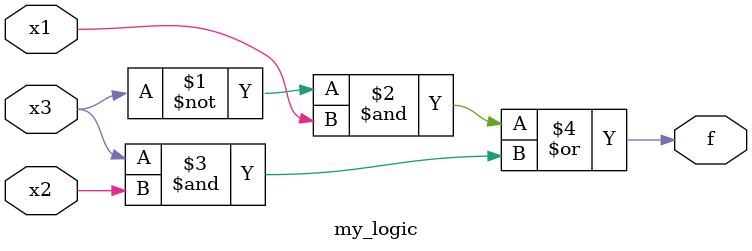
<source format=v>

/*
| Row | x3 | x2 | x1 | f |
| --- | -- | -- | -- | - |
| 0   | 0  | 0  | 0  | 0 |
| 1   | 0  | 0  | 1  | 1 |
| 2   | 0  | 1  | 0  | 0 |
| 3   | 0  | 1  | 1  | 1 |
| 4   | 1  | 0  | 0  | 0 |
| 5   | 1  | 0  | 1  | 0 |
| 6   | 1  | 1  | 0  | 1 |
| 7   | 1  | 1  | 1  | 1 |
*/

module my_logic (
    input  wire x3,
    input  wire x2,
    input  wire x1,
    output wire f
);
        // ~x3 & ~x2 &  x1
    // ~x3 &  x2 &  x1
    //  x3 &  x2 & ~x1
    //  x3 &  x2 &  x1
    assign f = (~x3 & x1) | (x3 & x2);
endmodule

</source>
